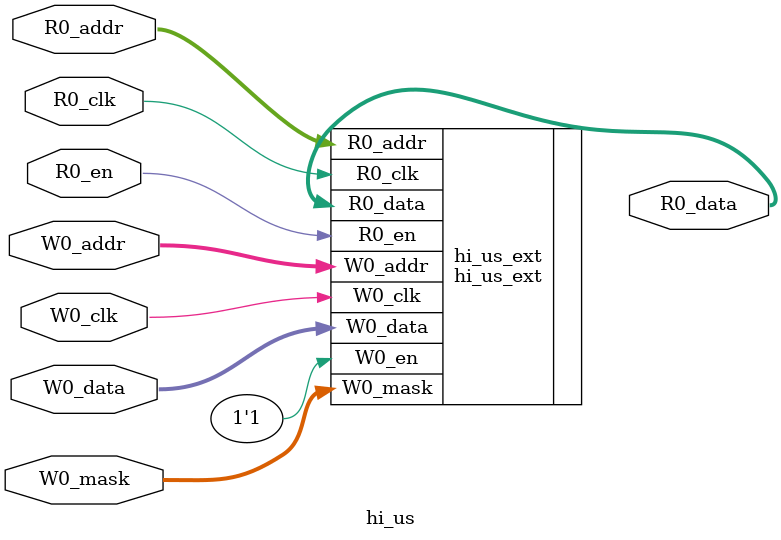
<source format=sv>
module hi_us(	// @[generators/boom/src/main/scala/v3/ifu/bpd/tage.scala:89:27]
  input  [6:0] R0_addr,
  input        R0_en,
  input        R0_clk,
  output [3:0] R0_data,
  input  [6:0] W0_addr,
  input        W0_clk,
  input  [3:0] W0_data,
  input  [3:0] W0_mask
);

  hi_us_ext hi_us_ext (	// @[generators/boom/src/main/scala/v3/ifu/bpd/tage.scala:89:27]
    .R0_addr (R0_addr),
    .R0_en   (R0_en),
    .R0_clk  (R0_clk),
    .R0_data (R0_data),
    .W0_addr (W0_addr),
    .W0_en   (1'h1),	// @[generators/boom/src/main/scala/v3/ifu/bpd/tage.scala:89:27]
    .W0_clk  (W0_clk),
    .W0_data (W0_data),
    .W0_mask (W0_mask)
  );	// @[generators/boom/src/main/scala/v3/ifu/bpd/tage.scala:89:27]
endmodule


</source>
